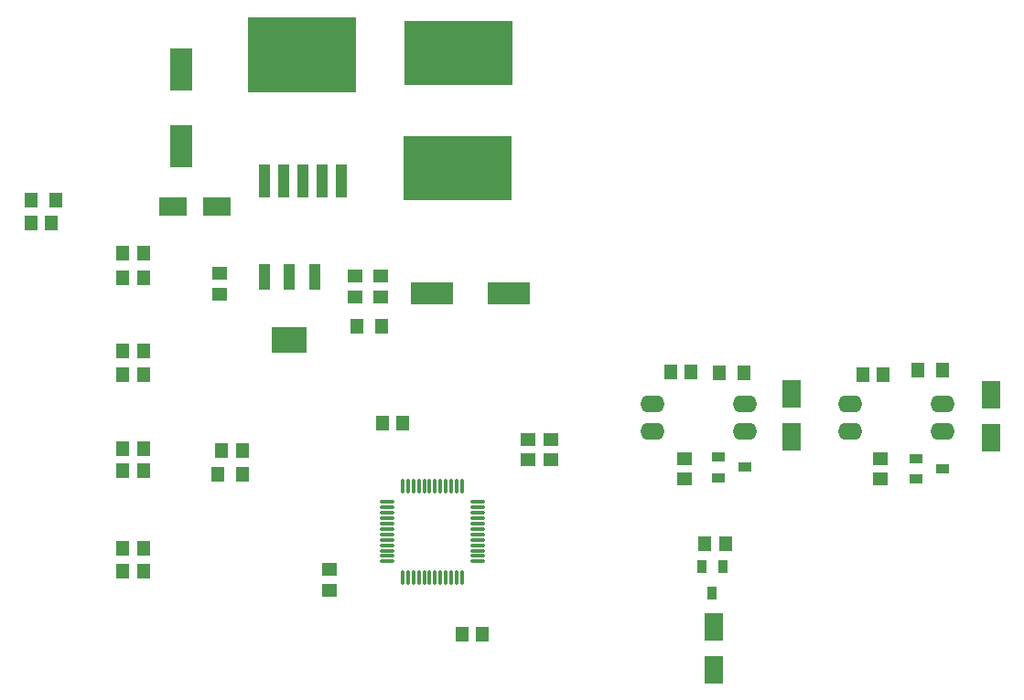
<source format=gtp>
G04*
G04 #@! TF.GenerationSoftware,Altium Limited,Altium Designer,21.9.2 (33)*
G04*
G04 Layer_Color=8421504*
%FSLAX25Y25*%
%MOIN*%
G70*
G04*
G04 #@! TF.SameCoordinates,16876C39-77F7-4B8B-AB46-175668DC8D83*
G04*
G04*
G04 #@! TF.FilePolarity,Positive*
G04*
G01*
G75*
%ADD20O,0.05709X0.01181*%
%ADD21O,0.01181X0.05709*%
%ADD22R,0.06693X0.09843*%
%ADD23R,0.03347X0.04724*%
%ADD24R,0.04724X0.05512*%
%ADD25R,0.04724X0.03347*%
%ADD26R,0.05000X0.05500*%
%ADD27O,0.08858X0.06299*%
%ADD28R,0.05512X0.04724*%
%ADD29R,0.39370X0.27559*%
%ADD30R,0.03937X0.12000*%
%ADD31R,0.39370X0.23622*%
%ADD32R,0.15748X0.07874*%
%ADD33R,0.12992X0.09449*%
%ADD34R,0.03937X0.09449*%
%ADD35R,0.09843X0.06693*%
%ADD36R,0.07874X0.15748*%
D20*
X332634Y327327D02*
D03*
Y325358D02*
D03*
Y323390D02*
D03*
Y321421D02*
D03*
Y319453D02*
D03*
Y317484D02*
D03*
Y315516D02*
D03*
Y313547D02*
D03*
Y311579D02*
D03*
Y309610D02*
D03*
Y307642D02*
D03*
Y305673D02*
D03*
X299366D02*
D03*
Y307642D02*
D03*
Y309610D02*
D03*
Y311579D02*
D03*
Y313547D02*
D03*
Y315516D02*
D03*
Y317484D02*
D03*
Y319453D02*
D03*
Y321421D02*
D03*
Y323390D02*
D03*
Y325358D02*
D03*
Y327327D02*
D03*
D21*
X326827Y299866D02*
D03*
X324858D02*
D03*
X322890D02*
D03*
X320921D02*
D03*
X318953D02*
D03*
X316984D02*
D03*
X315016D02*
D03*
X313047D02*
D03*
X311079D02*
D03*
X309110D02*
D03*
X307142D02*
D03*
X305173D02*
D03*
Y333134D02*
D03*
X307142D02*
D03*
X309110D02*
D03*
X311079D02*
D03*
X313047D02*
D03*
X315016D02*
D03*
X316984D02*
D03*
X318953D02*
D03*
X320921D02*
D03*
X322890D02*
D03*
X324858D02*
D03*
X326827D02*
D03*
D22*
X447000Y351126D02*
D03*
Y366874D02*
D03*
X418500Y281874D02*
D03*
Y266126D02*
D03*
X519500Y350626D02*
D03*
Y366374D02*
D03*
D23*
X417980Y294079D02*
D03*
X421700Y303900D02*
D03*
X414120Y303921D02*
D03*
D24*
X326777Y278987D02*
D03*
X334258D02*
D03*
X297777Y355987D02*
D03*
X305258D02*
D03*
X472743Y373739D02*
D03*
X480223D02*
D03*
X402742Y374739D02*
D03*
X410223D02*
D03*
X210723Y418013D02*
D03*
X203242D02*
D03*
X210757Y409261D02*
D03*
X203277D02*
D03*
Y382387D02*
D03*
X210757D02*
D03*
X210768Y373694D02*
D03*
X203287D02*
D03*
X203277Y346787D02*
D03*
X210757D02*
D03*
X210768Y338627D02*
D03*
X203287D02*
D03*
X203277Y310487D02*
D03*
X210757D02*
D03*
X210747Y302261D02*
D03*
X203267D02*
D03*
X246758Y346261D02*
D03*
X239277D02*
D03*
X177258Y429261D02*
D03*
X169777D02*
D03*
X415277Y312261D02*
D03*
X422757D02*
D03*
D25*
X502000Y339500D02*
D03*
X492179Y343220D02*
D03*
X492157Y335640D02*
D03*
X429921Y339980D02*
D03*
X420100Y343700D02*
D03*
X420079Y336120D02*
D03*
D26*
X493000Y375500D02*
D03*
X502000D02*
D03*
X420500Y374500D02*
D03*
X429500D02*
D03*
X297500Y391500D02*
D03*
X288500D02*
D03*
X238000Y337500D02*
D03*
X247000D02*
D03*
X170000Y437500D02*
D03*
X179000D02*
D03*
D27*
X501732Y353000D02*
D03*
Y363000D02*
D03*
X468268D02*
D03*
Y353000D02*
D03*
X429732D02*
D03*
Y363000D02*
D03*
X396268D02*
D03*
Y353000D02*
D03*
D28*
X479239Y343257D02*
D03*
Y335777D02*
D03*
X407739Y343257D02*
D03*
Y335777D02*
D03*
X287987Y409723D02*
D03*
Y402243D02*
D03*
X238487Y410723D02*
D03*
Y403242D02*
D03*
X278513Y295277D02*
D03*
Y302758D02*
D03*
X297239Y402287D02*
D03*
Y409768D02*
D03*
X351013Y350257D02*
D03*
Y342777D02*
D03*
X359239D02*
D03*
Y350257D02*
D03*
D29*
X268500Y490500D02*
D03*
D30*
X283000Y444500D02*
D03*
X276000D02*
D03*
X269000D02*
D03*
X262000D02*
D03*
X255000D02*
D03*
D31*
X325500Y491000D02*
D03*
X325106Y449268D02*
D03*
D32*
X316024Y403500D02*
D03*
X343976D02*
D03*
D33*
X264000Y386583D02*
D03*
D34*
X254945Y409417D02*
D03*
X264000D02*
D03*
X273055D02*
D03*
D35*
X221626Y435000D02*
D03*
X237374D02*
D03*
D36*
X224500Y484976D02*
D03*
Y457024D02*
D03*
M02*

</source>
